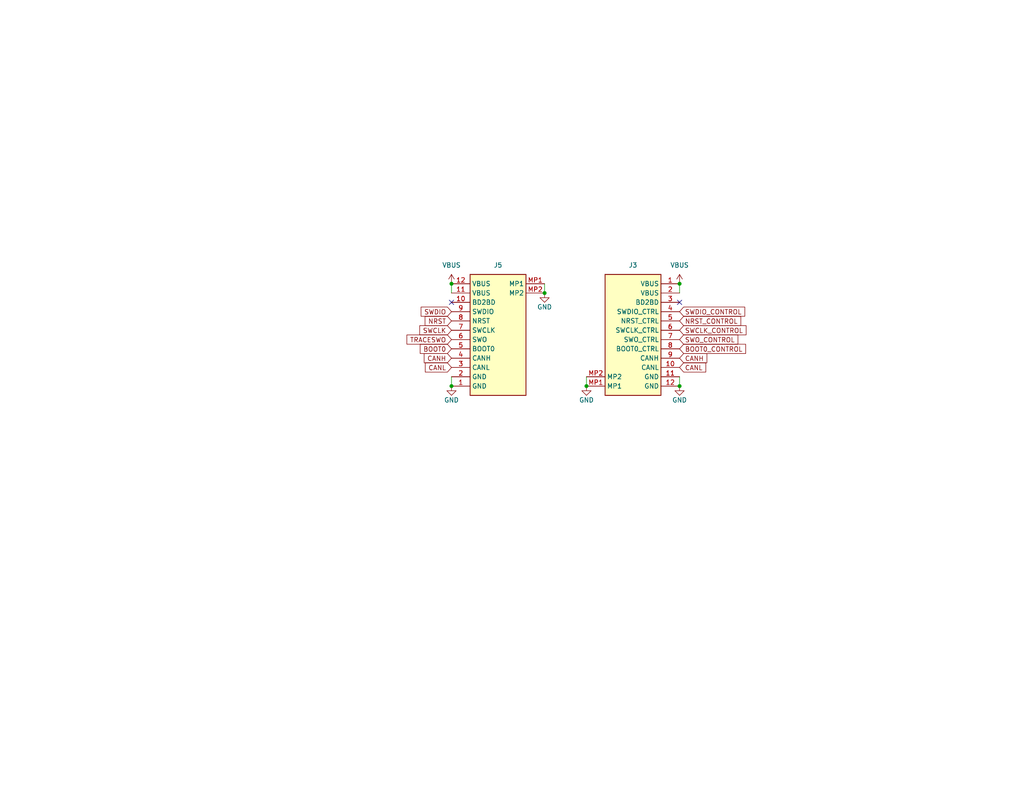
<source format=kicad_sch>
(kicad_sch (version 20230121) (generator eeschema)
  (paper "USLetter")
  (lib_symbols
    (symbol "TVSC:Bus Connector (Control)"
      (property "Reference" "J" (at 5 -33 0))
      (symbol "Bus Connector (Control)_1_1"
        (rectangle (start 5.08 2.54) (end 20.32 -30.48) (stroke (width 0.254)) (fill (type background)))
        (pin passive line (at 0 -27.94 0) (length 5.08) (name "VBUS") (number "1"))
        (pin passive line (at 0 -5.08 0) (length 5.08) (name "CANL") (number "10"))
        (pin passive line (at 0 -2.54 0) (length 5.08) (name "GND") (number "11"))
        (pin passive line (at 0 0 0) (length 5.08) (name "GND") (number "12"))
        (pin passive line (at 0 -25.4 0) (length 5.08) (name "VBUS") (number "2"))
        (pin passive line (at 0 -22.86 0) (length 5.08) (name "BD2BD") (number "3"))
        (pin passive line (at 0 -20.32 0) (length 5.08) (name "SWDIO_CTRL") (number "4"))
        (pin passive line (at 0 -17.78 0) (length 5.08) (name "NRST_CTRL") (number "5"))
        (pin passive line (at 0 -15.24 0) (length 5.08) (name "SWCLK_CTRL") (number "6"))
        (pin passive line (at 0 -12.7 0) (length 5.08) (name "SWO_CTRL") (number "7"))
        (pin passive line (at 0 -10.16 0) (length 5.08) (name "BOOT0_CTRL") (number "8"))
        (pin passive line (at 0 -7.62 0) (length 5.08) (name "CANH") (number "9"))
        (pin passive line (at 25.4 0 180) (length 5.08) (name "MP1") (number "MP1"))
        (pin passive line (at 25.4 -2.54 180) (length 5.08) (name "MP2") (number "MP2"))
      )
    )
    (symbol "TVSC:Bus Connector (Target)"
      (property "Reference" "J" (at 5 -33 0))
      (symbol "Bus Connector (Target)_1_1"
        (rectangle (start 5.08 2.54) (end 20.32 -30.48) (stroke (width 0.254)) (fill (type background)))
        (pin passive line (at 0 -27.94 0) (length 5.08) (name "GND") (number "1"))
        (pin passive line (at 0 -5.08 0) (length 5.08) (name "BD2BD") (number "10"))
        (pin passive line (at 0 -2.54 0) (length 5.08) (name "VBUS") (number "11"))
        (pin passive line (at 0 0 0) (length 5.08) (name "VBUS") (number "12"))
        (pin passive line (at 0 -25.4 0) (length 5.08) (name "GND") (number "2"))
        (pin passive line (at 0 -22.86 0) (length 5.08) (name "CANL") (number "3"))
        (pin passive line (at 0 -20.32 0) (length 5.08) (name "CANH") (number "4"))
        (pin passive line (at 0 -17.78 0) (length 5.08) (name "BOOT0") (number "5"))
        (pin passive line (at 0 -15.24 0) (length 5.08) (name "SWO") (number "6"))
        (pin passive line (at 0 -12.7 0) (length 5.08) (name "SWCLK") (number "7"))
        (pin passive line (at 0 -10.16 0) (length 5.08) (name "NRST") (number "8"))
        (pin passive line (at 0 -7.62 0) (length 5.08) (name "SWDIO") (number "9"))
        (pin passive line (at 25.4 0 180) (length 5.08) (name "MP1") (number "MP1"))
        (pin passive line (at 25.4 -2.54 180) (length 5.08) (name "MP2") (number "MP2"))
      )
    )
    (symbol "power:GND" (power) (pin_names (offset 0))
      (property "Value" "GND" (at 0 -3.81 0))
      (symbol "GND_0_1"
        (polyline (pts (xy 0 0) (xy 0 -1.27) (xy 1.27 -1.27) (xy 0 -2.54) (xy -1.27 -1.27) (xy 0 -1.27)))
      )
      (symbol "GND_1_1"
        (pin power_in line (at 0 0 270) (length 0) hide (name "GND") (number "1"))
      )
    )
    (symbol "power:VBUS" (power) (pin_names (offset 0))
      (property "Value" "VBUS" (at 0 3.81 0))
      (symbol "VBUS_0_1"
        (polyline (pts (xy -0.762 1.27) (xy 0 2.54)))
        (polyline (pts (xy 0 0) (xy 0 2.54)))
        (polyline (pts (xy 0 2.54) (xy 0.762 1.27)))
      )
      (symbol "VBUS_1_1"
        (pin power_in line (at 0 0 90) (length 0) hide (name "VBUS") (number "1"))
      )
    )
  )
  (junction (at 160.02 105.41))
  (junction (at 123.19 105.41))
  (junction (at 185.42 77.47))
  (junction (at 123.19 77.47))
  (junction (at 185.42 105.41))
  (junction (at 148.59 80.01))
  (no_connect (at 123.19 82.55))
  (no_connect (at 185.42 82.55))
  (wire (pts (xy 123.19 77.47) (xy 123.19 80.01)))
  (wire (pts (xy 148.59 77.47) (xy 148.59 80.01)))
  (wire (pts (xy 160.02 102.87) (xy 160.02 105.41)))
  (wire (pts (xy 123.19 102.87) (xy 123.19 105.41)))
  (wire (pts (xy 185.42 77.47) (xy 185.42 80.01)))
  (wire (pts (xy 185.42 102.87) (xy 185.42 105.41)))
  (global_label "BOOT0" (shape input) (at 123.19 95.25 180) (property "Intersheetrefs" "${INTERSHEET_REFS}" (effects hide)))
  (global_label "CANH" (shape input) (at 185.42 97.79 0) (property "Intersheetrefs" "${INTERSHEET_REFS}" (effects hide)))
  (global_label "SWDIO_CONTROL" (shape input) (at 185.42 85.09 0) (property "Intersheetrefs" "${INTERSHEET_REFS}" (effects hide)))
  (global_label "CANL" (shape input) (at 185.42 100.33 0) (property "Intersheetrefs" "${INTERSHEET_REFS}" (effects hide)))
  (global_label "SWO_CONTROL" (shape input) (at 185.42 92.71 0) (property "Intersheetrefs" "${INTERSHEET_REFS}" (effects hide)))
  (global_label "NRST" (shape input) (at 123.19 87.63 180) (property "Intersheetrefs" "${INTERSHEET_REFS}" (effects hide)))
  (global_label "SWCLK" (shape input) (at 123.19 90.17 180) (property "Intersheetrefs" "${INTERSHEET_REFS}" (effects hide)))
  (global_label "SWCLK_CONTROL" (shape input) (at 185.42 90.17 0) (property "Intersheetrefs" "${INTERSHEET_REFS}" (effects hide)))
  (global_label "SWDIO" (shape input) (at 123.19 85.09 180) (property "Intersheetrefs" "${INTERSHEET_REFS}" (effects hide)))
  (global_label "TRACESWO" (shape input) (at 123.19 92.71 180) (property "Intersheetrefs" "${INTERSHEET_REFS}" (effects hide)))
  (global_label "CANH" (shape input) (at 123.19 97.79 180) (property "Intersheetrefs" "${INTERSHEET_REFS}" (effects hide)))
  (global_label "NRST_CONTROL" (shape input) (at 185.42 87.63 0) (property "Intersheetrefs" "${INTERSHEET_REFS}" (effects hide)))
  (global_label "BOOT0_CONTROL" (shape input) (at 185.42 95.25 0) (property "Intersheetrefs" "${INTERSHEET_REFS}" (effects hide)))
  (global_label "CANL" (shape input) (at 123.19 100.33 180) (property "Intersheetrefs" "${INTERSHEET_REFS}" (effects hide)))
  (symbol (lib_id "power:VBUS") (at 185.42 77.47 0) (unit 1)
    (property "Reference" "#PWR033" (effects hide))
    (property "Value" "VBUS" (at 185.42 72.39 0))
  )
  (symbol (lib_id "power:GND") (at 148.59 80.01 0) (unit 1)
    (property "Reference" "#PWR039" (effects hide))
    (property "Value" "GND" (at 148.59 83.82 0))
  )
  (symbol (lib_id "TVSC:Bus Connector (Control)") (at 185.42 105.41 180) (unit 1)
    (property "Reference" "J3" (at 172.72 72.39 0))
    (property "Value" "Molex_504050-1291" (effects hide))
    (property "Footprint" "footprints:Bus Connector (Control)" (effects hide))
    (property "Datasheet" "https://www.molex.com/en-us/products/part-detail/5040501291" (effects hide))
    (property "Manufacturer" "Molex" (effects hide))
    (property "Manufacturer Part Number" "504050-1291" (effects hide))
    (property "MPN" "C563982" (effects hide))
    (property "Active" "Y" (effects hide))
    (property "Basic or Extended Component" "Extended" (effects hide))
  )
  (symbol (lib_id "power:GND") (at 123.19 105.41 0) (unit 1)
    (property "Reference" "#PWR035" (effects hide))
    (property "Value" "GND" (at 123.19 109.22 0))
  )
  (symbol (lib_id "power:GND") (at 185.42 105.41 0) (unit 1)
    (property "Reference" "#PWR036" (effects hide))
    (property "Value" "GND" (at 185.42 109.22 0))
  )
  (symbol (lib_id "power:GND") (at 160.02 105.41 0) (unit 1)
    (property "Reference" "#PWR037" (effects hide))
    (property "Value" "GND" (at 160.02 109.22 0))
  )
  (symbol (lib_id "power:VBUS") (at 123.19 77.47 0) (unit 1)
    (property "Reference" "#PWR034" (effects hide))
    (property "Value" "VBUS" (at 123.19 72.39 0))
  )
  (symbol (lib_id "TVSC:Bus Connector (Target)") (at 123.19 77.47 0) (unit 1)
    (property "Reference" "J5" (at 135.89 72.39 0))
    (property "Value" "Molex_504050-1291" (effects hide))
    (property "Footprint" "footprints:Bus Connector (Target)" (effects hide))
    (property "Datasheet" "https://www.molex.com/en-us/products/part-detail/5040501291" (effects hide))
    (property "Manufacturer" "Molex" (effects hide))
    (property "Manufacturer Part Number" "504050-1291" (effects hide))
    (property "MPN" "C563982" (effects hide))
    (property "Active" "Y" (effects hide))
    (property "Basic or Extended Component" "Extended" (effects hide))
  )
)
</source>
